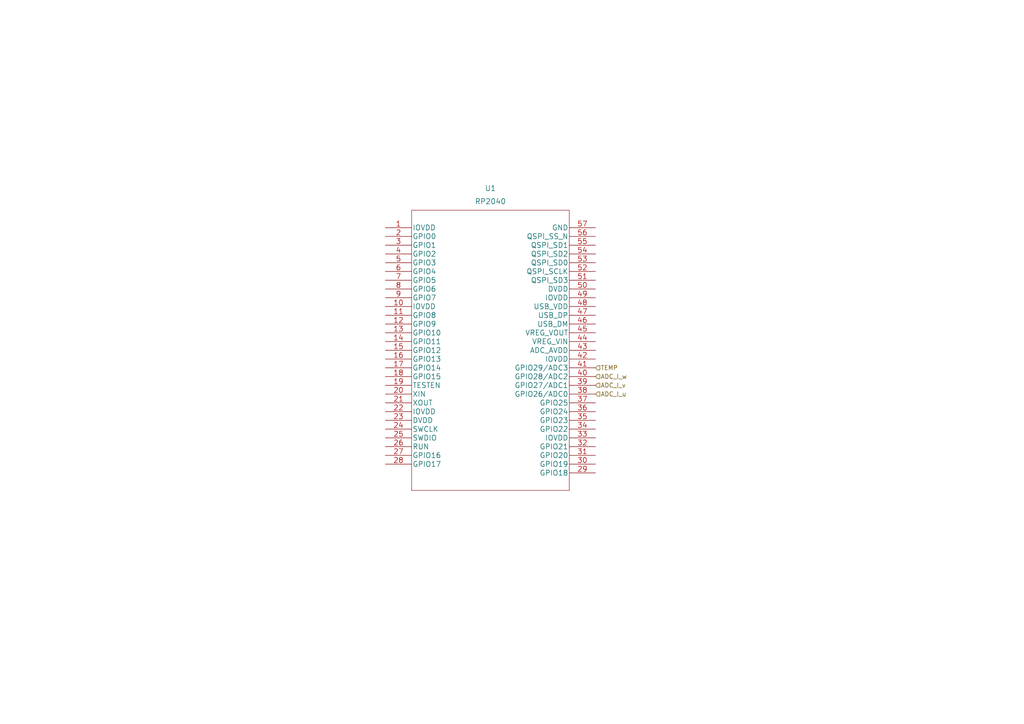
<source format=kicad_sch>
(kicad_sch (version 20211123) (generator eeschema)
  (paper "A4")
  (lib_symbols
    (symbol "rp2040:RP2040" (pin_names (offset 0.254))
      (property "Reference" "U" (at 30.48 10.16 0))
      (property "Value" "RP2040" (at 30.48 7.62 0))
      (symbol "RP2040_1_1"
        (polyline (pts (xy 7.62 -76.2) (xy 53.34 -76.2)) (stroke (width 0.127)))
        (polyline (pts (xy 7.62 5.08) (xy 7.62 -76.2)) (stroke (width 0.127)))
        (polyline (pts (xy 53.34 -76.2) (xy 53.34 5.08)) (stroke (width 0.127)))
        (polyline (pts (xy 53.34 5.08) (xy 7.62 5.08)) (stroke (width 0.127)))
        (pin power_in line (at 0 0 0) (length 7.62) (name "IOVDD") (number "1"))
        (pin power_in line (at 0 -22.86 0) (length 7.62) (name "IOVDD") (number "10"))
        (pin bidirectional line (at 0 -25.4 0) (length 7.62) (name "GPIO8") (number "11"))
        (pin bidirectional line (at 0 -27.94 0) (length 7.62) (name "GPIO9") (number "12"))
        (pin bidirectional line (at 0 -30.48 0) (length 7.62) (name "GPIO10") (number "13"))
        (pin bidirectional line (at 0 -33.02 0) (length 7.62) (name "GPIO11") (number "14"))
        (pin bidirectional line (at 0 -35.56 0) (length 7.62) (name "GPIO12") (number "15"))
        (pin bidirectional line (at 0 -38.1 0) (length 7.62) (name "GPIO13") (number "16"))
        (pin bidirectional line (at 0 -40.64 0) (length 7.62) (name "GPIO14") (number "17"))
        (pin bidirectional line (at 0 -43.18 0) (length 7.62) (name "GPIO15") (number "18"))
        (pin unspecified line (at 0 -45.72 0) (length 7.62) (name "TESTEN") (number "19"))
        (pin bidirectional line (at 0 -2.54 0) (length 7.62) (name "GPIO0") (number "2"))
        (pin unspecified line (at 0 -48.26 0) (length 7.62) (name "XIN") (number "20"))
        (pin output line (at 0 -50.8 0) (length 7.62) (name "XOUT") (number "21"))
        (pin power_in line (at 0 -53.34 0) (length 7.62) (name "IOVDD") (number "22"))
        (pin power_in line (at 0 -55.88 0) (length 7.62) (name "DVDD") (number "23"))
        (pin unspecified line (at 0 -58.42 0) (length 7.62) (name "SWCLK") (number "24"))
        (pin unspecified line (at 0 -60.96 0) (length 7.62) (name "SWDIO") (number "25"))
        (pin unspecified line (at 0 -63.5 0) (length 7.62) (name "RUN") (number "26"))
        (pin bidirectional line (at 0 -66.04 0) (length 7.62) (name "GPIO16") (number "27"))
        (pin bidirectional line (at 0 -68.58 0) (length 7.62) (name "GPIO17") (number "28"))
        (pin bidirectional line (at 60.96 -71.12 180) (length 7.62) (name "GPIO18") (number "29"))
        (pin bidirectional line (at 0 -5.08 0) (length 7.62) (name "GPIO1") (number "3"))
        (pin bidirectional line (at 60.96 -68.58 180) (length 7.62) (name "GPIO19") (number "30"))
        (pin bidirectional line (at 60.96 -66.04 180) (length 7.62) (name "GPIO20") (number "31"))
        (pin bidirectional line (at 60.96 -63.5 180) (length 7.62) (name "GPIO21") (number "32"))
        (pin power_in line (at 60.96 -60.96 180) (length 7.62) (name "IOVDD") (number "33"))
        (pin bidirectional line (at 60.96 -58.42 180) (length 7.62) (name "GPIO22") (number "34"))
        (pin bidirectional line (at 60.96 -55.88 180) (length 7.62) (name "GPIO23") (number "35"))
        (pin bidirectional line (at 60.96 -53.34 180) (length 7.62) (name "GPIO24") (number "36"))
        (pin bidirectional line (at 60.96 -50.8 180) (length 7.62) (name "GPIO25") (number "37"))
        (pin bidirectional line (at 60.96 -48.26 180) (length 7.62) (name "GPIO26/ADC0") (number "38"))
        (pin bidirectional line (at 60.96 -45.72 180) (length 7.62) (name "GPIO27/ADC1") (number "39"))
        (pin bidirectional line (at 0 -7.62 0) (length 7.62) (name "GPIO2") (number "4"))
        (pin bidirectional line (at 60.96 -43.18 180) (length 7.62) (name "GPIO28/ADC2") (number "40"))
        (pin bidirectional line (at 60.96 -40.64 180) (length 7.62) (name "GPIO29/ADC3") (number "41"))
        (pin power_in line (at 60.96 -38.1 180) (length 7.62) (name "IOVDD") (number "42"))
        (pin power_in line (at 60.96 -35.56 180) (length 7.62) (name "ADC_AVDD") (number "43"))
        (pin unspecified line (at 60.96 -33.02 180) (length 7.62) (name "VREG_VIN") (number "44"))
        (pin output line (at 60.96 -30.48 180) (length 7.62) (name "VREG_VOUT") (number "45"))
        (pin unspecified line (at 60.96 -27.94 180) (length 7.62) (name "USB_DM") (number "46"))
        (pin unspecified line (at 60.96 -25.4 180) (length 7.62) (name "USB_DP") (number "47"))
        (pin power_in line (at 60.96 -22.86 180) (length 7.62) (name "USB_VDD") (number "48"))
        (pin power_in line (at 60.96 -20.32 180) (length 7.62) (name "IOVDD") (number "49"))
        (pin bidirectional line (at 0 -10.16 0) (length 7.62) (name "GPIO3") (number "5"))
        (pin power_in line (at 60.96 -17.78 180) (length 7.62) (name "DVDD") (number "50"))
        (pin bidirectional line (at 60.96 -15.24 180) (length 7.62) (name "QSPI_SD3") (number "51"))
        (pin unspecified line (at 60.96 -12.7 180) (length 7.62) (name "QSPI_SCLK") (number "52"))
        (pin bidirectional line (at 60.96 -10.16 180) (length 7.62) (name "QSPI_SD0") (number "53"))
        (pin bidirectional line (at 60.96 -7.62 180) (length 7.62) (name "QSPI_SD2") (number "54"))
        (pin bidirectional line (at 60.96 -5.08 180) (length 7.62) (name "QSPI_SD1") (number "55"))
        (pin unspecified line (at 60.96 -2.54 180) (length 7.62) (name "QSPI_SS_N") (number "56"))
        (pin power_in line (at 60.96 0 180) (length 7.62) (name "GND") (number "57"))
        (pin bidirectional line (at 0 -12.7 0) (length 7.62) (name "GPIO4") (number "6"))
        (pin bidirectional line (at 0 -15.24 0) (length 7.62) (name "GPIO5") (number "7"))
        (pin bidirectional line (at 0 -17.78 0) (length 7.62) (name "GPIO6") (number "8"))
        (pin bidirectional line (at 0 -20.32 0) (length 7.62) (name "GPIO7") (number "9"))
      )
    )
  )
  (hierarchical_label "ADC_I_w" (shape input) (at 172.72 109.22 0))
  (hierarchical_label "TEMP" (shape input) (at 172.72 106.68 0))
  (hierarchical_label "ADC_I_u" (shape input) (at 172.72 114.3 0))
  (hierarchical_label "ADC_I_v" (shape input) (at 172.72 111.76 0))
  (symbol (lib_id "rp2040:RP2040") (at 111.76 66.04 0) (unit 1)
    (property "Reference" "U1" (at 142.24 54.61 0) (effects (font (size 1.524 1.524))))
    (property "Value" "RP2040" (at 142.24 58.42 0) (effects (font (size 1.524 1.524))))
    (property "Footprint" "Libraries:RP2040" (effects hide))
  )
)
</source>
